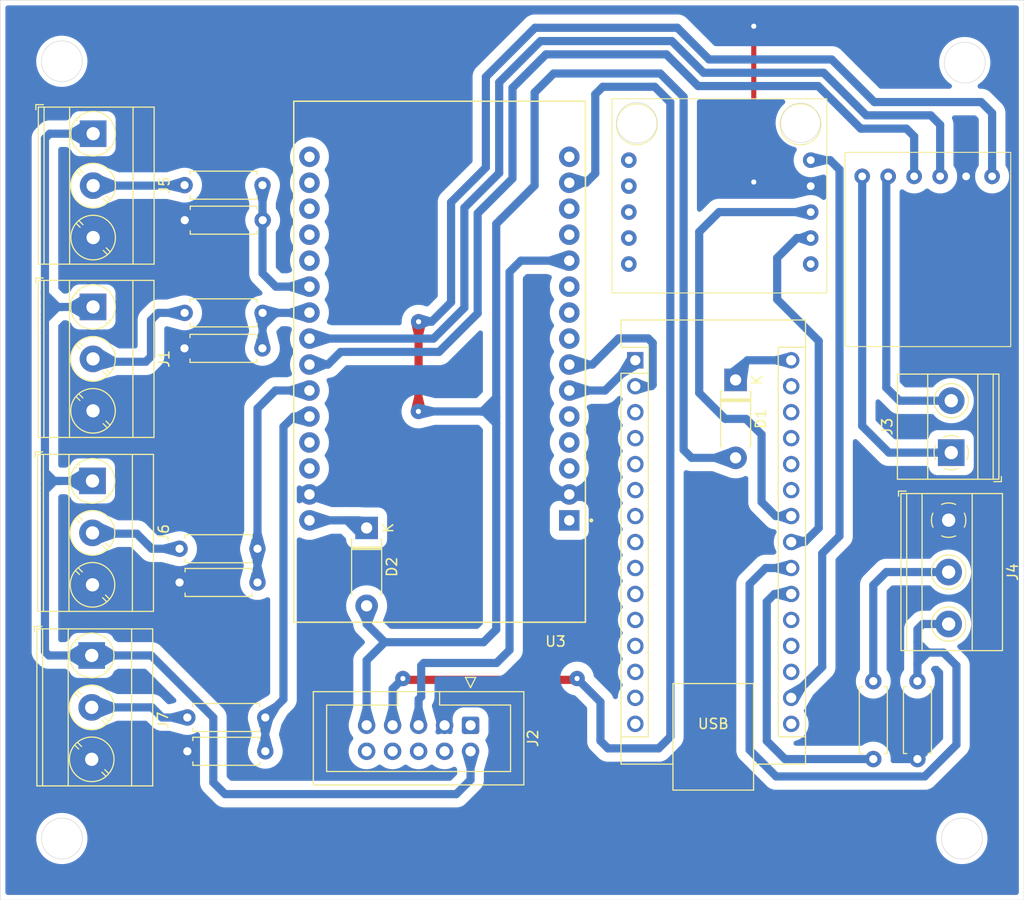
<source format=kicad_pcb>
(kicad_pcb (version 20240108) (generator "pcbnew") (generator_version "8.0")
  (layers (0 "F.Cu" signal) (31 "B.Cu" signal) (34 "B.Paste" user) (35 "F.Paste" user) (36 "B.SilkS" user "B.Silkscreen") (37 "F.SilkS" user "F.Silkscreen") (38 "B.Mask" user) (39 "F.Mask" user) (44 "Edge.Cuts" user))
  (net 0 "")
  (net 7 "3.3V")
  (net 11 "Net-(A1-A5)")
  (net 14 "Net-(A1-VIN)")
  (net 22 "Net-(J4-Pin_2)")
  (net 24 "GND")
  (net 31 "Net-(A1-A4)")
  (net 48 "nanoRX")
  (net 49 "nanoTX")
  (net 50 "5V")
  (net 51 "Net-(D2-K)")
  (net 52 "+12")
  (net 53 "Net-(J1-Pin_2)")
  (net 54 "ESP_SCL")
  (net 55 "ESP_SDA")
  (net 56 "CANL")
  (net 57 "CANH")
  (net 58 "Net-(J5-Pin_2)")
  (net 59 "Net-(J6-Pin_2)")
  (net 60 "Net-(J7-Pin_2)")
  (net 61 "WS1")
  (net 62 "WS2")
  (net 63 "WS3")
  (net 64 "WS4")
  (net 65 "RX_ESP")
  (net 66 "TX_ESP")
  (net 74 "Net-(A1-A3)")
  (net 75 "Net-(A1-A2)")
  (footprint "Connector_IDC:IDC-Header_2x05_P2.54mm_Vertical" (layer "F.Cu") (at 102.616 134.112 -90)
    (property "Reference" "J2" (at 1.27 -6.1 90) (layer "F.SilkS"))
    (property "Value" "Conn_02x05_Odd_Even")
    (pad "1" thru_hole roundrect (at 0 0 270) (size 1.7 1.7) (drill 1) (layers "*.Cu" "*.Mask") (roundrect_rratio 0.147059))
    (pad "2" thru_hole circle (at 2.54 0 270) (size 1.7 1.7) (drill 1) (layers "*.Cu" "*.Mask") (net 52 "+12"))
    (pad "3" thru_hole circle (at 0 2.54 270) (size 1.7 1.7) (drill 1) (layers "*.Cu" "*.Mask") (net 24 "GND"))
    (pad "4" thru_hole circle (at 2.54 2.54 270) (size 1.7 1.7) (drill 1) (layers "*.Cu" "*.Mask"))
    (pad "5" thru_hole circle (at 0 5.08 270) (size 1.7 1.7) (drill 1) (layers "*.Cu" "*.Mask") (net 55 "ESP_SDA"))
    (pad "6" thru_hole circle (at 2.54 5.08 270) (size 1.7 1.7) (drill 1) (layers "*.Cu" "*.Mask"))
    (pad "7" thru_hole circle (at 0 7.62 270) (size 1.7 1.7) (drill 1) (layers "*.Cu" "*.Mask") (net 54 "ESP_SCL"))
    (pad "8" thru_hole circle (at 2.54 7.62 270) (size 1.7 1.7) (drill 1) (layers "*.Cu" "*.Mask"))
    (pad "9" thru_hole circle (at 0 10.16 270) (size 1.7 1.7) (drill 1) (layers "*.Cu" "*.Mask") (net 50 "5V"))
    (pad "10" thru_hole circle (at 2.54 10.16 270) (size 1.7 1.7) (drill 1) (layers "*.Cu" "*.Mask"))
  )
  (footprint "Resistor_THT:R_Axial_DIN0207_L6.3mm_D2.5mm_P7.62mm_Horizontal" (layer "F.Cu") (at 74.93 136.652)
    (property "Reference" "R1" (hide yes))
    (property "Value" "220k")
    (pad "1" thru_hole circle (at 0 0) (size 1.6 1.6) (drill 0.8) (layers "*.Cu" "*.Mask") (net 24 "GND"))
    (pad "2" thru_hole oval (at 7.62 0) (size 1.6 1.6) (drill 0.8) (layers "*.Cu" "*.Mask") (net 61 "WS1"))
  )
  (footprint "TerminalBlock_Phoenix:TerminalBlock_Phoenix_MKDS-3-3-5.08_1x03_P5.08mm_Horizontal" (layer "F.Cu") (at 65.7098 93.1926 -90)
    (property "Reference" "J1" (at 5.08 -6.96 90) (layer "F.SilkS"))
    (property "Value" "WheelSpeed_3")
    (pad "1" thru_hole rect (at 0 0 270) (size 2.6 2.6) (drill 1.3) (layers "*.Cu" "*.Mask") (net 52 "+12"))
    (pad "2" thru_hole circle (at 5.08 0 270) (size 2.6 2.6) (drill 1.3) (layers "*.Cu" "*.Mask") (net 53 "Net-(J1-Pin_2)"))
    (pad "3" thru_hole circle (at 10.16 0 270) (size 2.6 2.6) (drill 1.3) (layers "*.Cu" "*.Mask") (net 24 "GND"))
  )
  (footprint "Resistor_THT:R_Axial_DIN0207_L6.3mm_D2.5mm_P7.62mm_Horizontal" (layer "F.Cu") (at 82.286192 93.771353 180)
    (property "Reference" "R6" (hide yes))
    (property "Value" "680K")
    (pad "1" thru_hole circle (at 0 0 180) (size 1.6 1.6) (drill 0.8) (layers "*.Cu" "*.Mask") (net 63 "WS3"))
    (pad "2" thru_hole oval (at 7.62 0 180) (size 1.6 1.6) (drill 0.8) (layers "*.Cu" "*.Mask") (net 53 "Net-(J1-Pin_2)"))
  )
  (footprint "Diode_THT:D_DO-41_SOD81_P7.62mm_Horizontal" (layer "F.Cu") (at 128.524 100.33 -90)
    (property "Reference" "D1" (at 3.81 -2.47 90) (layer "F.SilkS"))
    (property "Value" "1N4007")
    (fp_text user "K" (at 0 -2.1 90) (layer "F.SilkS"))
    (pad "1" thru_hole rect (at 0 0 270) (size 2.2 2.2) (drill 1.1) (layers "*.Cu" "*.Mask") (net 14 "Net-(A1-VIN)"))
    (pad "2" thru_hole oval (at 7.62 0 270) (size 2.2 2.2) (drill 1.1) (layers "*.Cu" "*.Mask") (net 50 "5V"))
  )
  (footprint "TerminalBlock_Phoenix:TerminalBlock_Phoenix_MKDS-1,5-3-5.08_1x03_P5.08mm_Horizontal" (layer "F.Cu") (at 149.352 114.046 -90)
    (property "Reference" "J4" (at 5.08 -6.26 90) (layer "F.SilkS"))
    (property "Value" "Screw_Terminal_01x03")
    (pad "1" thru_hole rect (at 0 0 270) (size 2.6 2.6) (drill 1.3) (layers "*.Cu" "*.Mask") (net 24 "GND"))
    (pad "2" thru_hole circle (at 5.08 0 270) (size 2.6 2.6) (drill 1.3) (layers "*.Cu" "*.Mask") (net 22 "Net-(J4-Pin_2)"))
    (pad "3" thru_hole circle (at 10.16 0 270) (size 2.6 2.6) (drill 1.3) (layers "*.Cu" "*.Mask") (net 74 "Net-(A1-A3)"))
  )
  (footprint "Module:Arduino_Nano" (layer "F.Cu") (at 118.721918 98.409153)
    (property "Reference" "A1" (hide yes))
    (property "Value" "Arduino_Nano_v2.x" (hide yes))
    (fp_text user "USB" (at 7.62 35.56 0) (layer "F.SilkS"))
    (pad "1" thru_hole rect (at 0 0) (size 1.6 1.6) (drill 1) (layers "*.Cu" "*.Mask") (net 49 "nanoTX"))
    (pad "2" thru_hole oval (at 0 2.54) (size 1.6 1.6) (drill 1) (layers "*.Cu" "*.Mask") (net 48 "nanoRX"))
    (pad "3" thru_hole oval (at 0 5.08) (size 1.6 1.6) (drill 1) (layers "*.Cu" "*.Mask"))
    (pad "4" thru_hole oval (at 0 7.62) (size 1.6 1.6) (drill 1) (layers "*.Cu" "*.Mask"))
    (pad "5" thru_hole oval (at 0 10.16) (size 1.6 1.6) (drill 1) (layers "*.Cu" "*.Mask"))
    (pad "6" thru_hole oval (at 0 12.7) (size 1.6 1.6) (drill 1) (layers "*.Cu" "*.Mask"))
    (pad "7" thru_hole oval (at 0 15.24) (size 1.6 1.6) (drill 1) (layers "*.Cu" "*.Mask"))
    (pad "8" thru_hole oval (at 0 17.78) (size 1.6 1.6) (drill 1) (layers "*.Cu" "*.Mask"))
    (pad "9" thru_hole oval (at 0 20.32) (size 1.6 1.6) (drill 1) (layers "*.Cu" "*.Mask"))
    (pad "10" thru_hole oval (at 0 22.86) (size 1.6 1.6) (drill 1) (layers "*.Cu" "*.Mask"))
    (pad "11" thru_hole oval (at 0 25.4) (size 1.6 1.6) (drill 1) (layers "*.Cu" "*.Mask"))
    (pad "12" thru_hole oval (at 0 27.94) (size 1.6 1.6) (drill 1) (layers "*.Cu" "*.Mask"))
    (pad "13" thru_hole oval (at 0 30.48) (size 1.6 1.6) (drill 1) (layers "*.Cu" "*.Mask"))
    (pad "14" thru_hole oval (at 0 33.02) (size 1.6 1.6) (drill 1) (layers "*.Cu" "*.Mask"))
    (pad "15" thru_hole oval (at 0 35.56) (size 1.6 1.6) (drill 1) (layers "*.Cu" "*.Mask"))
    (pad "16" thru_hole oval (at 15.24 35.56) (size 1.6 1.6) (drill 1) (layers "*.Cu" "*.Mask"))
    (pad "17" thru_hole oval (at 15.24 33.02) (size 1.6 1.6) (drill 1) (layers "*.Cu" "*.Mask") (net 7 "3.3V"))
    (pad "18" thru_hole oval (at 15.24 30.48) (size 1.6 1.6) (drill 1) (layers "*.Cu" "*.Mask"))
    (pad "19" thru_hole oval (at 15.24 27.94) (size 1.6 1.6) (drill 1) (layers "*.Cu" "*.Mask"))
    (pad "20" thru_hole oval (at 15.24 25.4) (size 1.6 1.6) (drill 1) (layers "*.Cu" "*.Mask"))
    (pad "21" thru_hole oval (at 15.24 22.86) (size 1.6 1.6) (drill 1) (layers "*.Cu" "*.Mask") (net 75 "Net-(A1-A2)"))
    (pad "22" thru_hole oval (at 15.24 20.32) (size 1.6 1.6) (drill 1) (layers "*.Cu" "*.Mask") (net 74 "Net-(A1-A3)"))
    (pad "23" thru_hole oval (at 15.24 17.78) (size 1.6 1.6) (drill 1) (layers "*.Cu" "*.Mask") (net 31 "Net-(A1-A4)"))
    (pad "24" thru_hole oval (at 15.24 15.24) (size 1.6 1.6) (drill 1) (layers "*.Cu" "*.Mask") (net 11 "Net-(A1-A5)"))
    (pad "25" thru_hole oval (at 15.24 12.7) (size 1.6 1.6) (drill 1) (layers "*.Cu" "*.Mask"))
    (pad "26" thru_hole oval (at 15.24 10.16) (size 1.6 1.6) (drill 1) (layers "*.Cu" "*.Mask"))
    (pad "27" thru_hole oval (at 15.24 7.62) (size 1.6 1.6) (drill 1) (layers "*.Cu" "*.Mask"))
    (pad "28" thru_hole oval (at 15.24 5.08) (size 1.6 1.6) (drill 1) (layers "*.Cu" "*.Mask"))
    (pad "29" thru_hole oval (at 15.24 2.54) (size 1.6 1.6) (drill 1) (layers "*.Cu" "*.Mask"))
    (pad "30" thru_hole oval (at 15.24 0) (size 1.6 1.6) (drill 1) (layers "*.Cu" "*.Mask") (net 14 "Net-(A1-VIN)"))
  )
  (footprint "Resistor_THT:R_Axial_DIN0207_L6.3mm_D2.5mm_P7.62mm_Horizontal" (layer "F.Cu") (at 141.986 129.794 -90)
    (property "Reference" "R10" (hide yes))
    (property "Value" "100")
    (pad "1" thru_hole circle (at 0 0 270) (size 1.6 1.6) (drill 0.8) (layers "*.Cu" "*.Mask") (net 22 "Net-(J4-Pin_2)"))
    (pad "2" thru_hole oval (at 7.62 0 270) (size 1.6 1.6) (drill 0.8) (layers "*.Cu" "*.Mask") (net 75 "Net-(A1-A2)"))
  )
  (footprint "Resistor_THT:R_Axial_DIN0207_L6.3mm_D2.5mm_P7.62mm_Horizontal" (layer "F.Cu") (at 146.304 137.414 90)
    (property "Reference" "R9" (hide yes))
    (property "Value" "330")
    (pad "1" thru_hole circle (at 0 0 90) (size 1.6 1.6) (drill 0.8) (layers "*.Cu" "*.Mask") (net 24 "GND"))
    (pad "2" thru_hole oval (at 7.62 0 90) (size 1.6 1.6) (drill 0.8) (layers "*.Cu" "*.Mask") (net 74 "Net-(A1-A3)"))
  )
  (footprint "Resistor_THT:R_Axial_DIN0207_L6.3mm_D2.5mm_P7.62mm_Horizontal" (layer "F.Cu") (at 74.676 84.706206)
    (property "Reference" "R7" (hide yes))
    (property "Value" "220k")
    (pad "1" thru_hole circle (at 0 0) (size 1.6 1.6) (drill 0.8) (layers "*.Cu" "*.Mask") (net 24 "GND"))
    (pad "2" thru_hole oval (at 7.62 0) (size 1.6 1.6) (drill 0.8) (layers "*.Cu" "*.Mask") (net 64 "WS4"))
  )
  (footprint "Resistor_THT:R_Axial_DIN0207_L6.3mm_D2.5mm_P7.62mm_Horizontal" (layer "F.Cu") (at 74.649016 97.24028)
    (property "Reference" "R5" (hide yes))
    (property "Value" "220k")
    (pad "1" thru_hole circle (at 0 0) (size 1.6 1.6) (drill 0.8) (layers "*.Cu" "*.Mask") (net 24 "GND"))
    (pad "2" thru_hole oval (at 7.62 0) (size 1.6 1.6) (drill 0.8) (layers "*.Cu" "*.Mask") (net 63 "WS3"))
  )
  (footprint "TerminalBlock_Phoenix:TerminalBlock_Phoenix_MKDS-3-3-5.08_1x03_P5.08mm_Horizontal" (layer "F.Cu") (at 65.5828 127.2794 -90)
    (property "Reference" "J7" (at 6.35 -6.96 90) (layer "F.SilkS"))
    (property "Value" "WheelSpeed_1")
    (pad "1" thru_hole rect (at 0 0 270) (size 2.6 2.6) (drill 1.3) (layers "*.Cu" "*.Mask") (net 52 "+12"))
    (pad "2" thru_hole circle (at 5.08 0 270) (size 2.6 2.6) (drill 1.3) (layers "*.Cu" "*.Mask") (net 60 "Net-(J7-Pin_2)"))
    (pad "3" thru_hole circle (at 10.16 0 270) (size 2.6 2.6) (drill 1.3) (layers "*.Cu" "*.Mask") (net 24 "GND"))
  )
  (footprint "TerminalBlock_Phoenix:TerminalBlock_Phoenix_MKDS-1,5-2-5.08_1x02_P5.08mm_Horizontal" (layer "F.Cu") (at 149.606 107.442 90)
    (property "Reference" "J3" (at 2.54 -6.26 90) (layer "F.SilkS"))
    (property "Value" "Screw_Terminal_01x02")
    (pad "1" thru_hole rect (at 0 0 90) (size 2.6 2.6) (drill 1.3) (layers "*.Cu" "*.Mask") (net 56 "CANL"))
    (pad "2" thru_hole circle (at 5.08 0 90) (size 2.6 2.6) (drill 1.3) (layers "*.Cu" "*.Mask") (net 57 "CANH"))
  )
  (footprint "bno055:BNO055" (layer "F.Cu") (at 127.869237 65.335499)
    (property "Reference" "U1" (hide yes))
    (property "Value" "~" (hide yes))
    (pad "1" thru_hole circle (at 8 13.5) (size 1.524 1.524) (drill 0.762) (layers "*.Cu" "*.Mask") (net 7 "3.3V"))
    (pad "2" thru_hole circle (at 8 16.04) (size 1.524 1.524) (drill 0.762) (layers "*.Cu" "*.Mask") (net 24 "GND"))
    (pad "3" thru_hole circle (at 8 18.58) (size 1.524 1.524) (drill 0.762) (layers "*.Cu" "*.Mask") (net 11 "Net-(A1-A5)"))
    (pad "4" thru_hole circle (at 8 21.12) (size 1.524 1.524) (drill 0.762) (layers "*.Cu" "*.Mask") (net 31 "Net-(A1-A4)"))
    (pad "5" thru_hole circle (at 8 23.66) (size 1.524 1.524) (drill 0.762) (layers "*.Cu" "*.Mask"))
    (pad "6" thru_hole circle (at -9.78 13.5) (size 1.524 1.524) (drill 0.762) (layers "*.Cu" "*.Mask"))
    (pad "7" thru_hole circle (at -9.78 16.04) (size 1.524 1.524) (drill 0.762) (layers "*.Cu" "*.Mask"))
    (pad "8" thru_hole circle (at -9.78 18.58) (size 1.524 1.524) (drill 0.762) (layers "*.Cu" "*.Mask"))
    (pad "9" thru_hole circle (at -9.78 21.12) (size 1.524 1.524) (drill 0.762) (layers "*.Cu" "*.Mask"))
    (pad "10" thru_hole circle (at -9.78 23.66) (size 1.524 1.524) (drill 0.762) (layers "*.Cu" "*.Mask"))
  )
  (footprint "Resistor_THT:R_Axial_DIN0207_L6.3mm_D2.5mm_P7.62mm_Horizontal" (layer "F.Cu") (at 82.280252 81.28 180)
    (property "Reference" "R8" (hide yes))
    (property "Value" "680K")
    (pad "1" thru_hole circle (at 0 0 180) (size 1.6 1.6) (drill 0.8) (layers "*.Cu" "*.Mask") (net 64 "WS4"))
    (pad "2" thru_hole oval (at 7.62 0 180) (size 1.6 1.6) (drill 0.8) (layers "*.Cu" "*.Mask") (net 58 "Net-(J5-Pin_2)"))
  )
  (footprint "Resistor_THT:R_Axial_DIN0207_L6.3mm_D2.5mm_P7.62mm_Horizontal" (layer "F.Cu") (at 81.788 116.84 180)
    (property "Reference" "R4" (hide yes))
    (property "Value" "680K")
    (pad "1" thru_hole circle (at 0 0 180) (size 1.6 1.6) (drill 0.8) (layers "*.Cu" "*.Mask") (net 62 "WS2"))
    (pad "2" thru_hole oval (at 7.62 0 180) (size 1.6 1.6) (drill 0.8) (layers "*.Cu" "*.Mask") (net 59 "Net-(J6-Pin_2)"))
  )
  (footprint "Resistor_THT:R_Axial_DIN0207_L6.3mm_D2.5mm_P7.62mm_Horizontal" (layer "F.Cu") (at 82.55 133.35 180)
    (property "Reference" "R2" (hide yes))
    (property "Value" "680K")
    (pad "1" thru_hole circle (at 0 0 180) (size 1.6 1.6) (drill 0.8) (layers "*.Cu" "*.Mask") (net 61 "WS1"))
    (pad "2" thru_hole oval (at 7.62 0 180) (size 1.6 1.6) (drill 0.8) (layers "*.Cu" "*.Mask") (net 60 "Net-(J7-Pin_2)"))
  )
  (footprint "esp32dev:MODULE_ESP32_DEVKIT_V1" (layer "F.Cu") (at 99.568 98.552 180)
    (property "Reference" "U3" (at -11.355 -27.36 0) (layer "F.SilkS"))
    (property "Value" "ESP32-DEVKIT-V1")
    (pad "1" thru_hole rect (at -12.7 -15.515 180) (size 2 2) (drill 1.02) (layers "*.Cu" "*.Mask"))
    (pad "2" thru_hole circle (at -12.7 -12.975 180) (size 2 2) (drill 1.02) (layers "*.Cu" "*.Mask") (net 24 "GND"))
    (pad "3" thru_hole circle (at -12.7 -10.435 180) (size 2 2) (drill 1.02) (layers "*.Cu" "*.Mask"))
    (pad "4" thru_hole circle (at -12.7 -7.895 180) (size 2 2) (drill 1.02) (layers "*.Cu" "*.Mask"))
    (pad "5" thru_hole circle (at -12.7 -5.355 180) (size 2 2) (drill 1.02) (layers "*.Cu" "*.Mask"))
    (pad "6" thru_hole circle (at -12.7 -2.815 180) (size 2 2) (drill 1.02) (layers "*.Cu" "*.Mask") (net 49 "nanoTX"))
    (pad "7" thru_hole circle (at -12.7 -0.275 180) (size 2 2) (drill 1.02) (layers "*.Cu" "*.Mask") (net 48 "nanoRX"))
    (pad "8" thru_hole circle (at -12.7 2.265 180) (size 2 2) (drill 1.02) (layers "*.Cu" "*.Mask"))
    (pad "9" thru_hole circle (at -12.7 4.805 180) (size 2 2) (drill 1.02) (layers "*.Cu" "*.Mask"))
    (pad "10" thru_hole circle (at -12.7 7.345 180) (size 2 2) (drill 1.02) (layers "*.Cu" "*.Mask"))
    (pad "11" thru_hole circle (at -12.7 9.885 180) (size 2 2) (drill 1.02) (layers "*.Cu" "*.Mask") (net 55 "ESP_SDA"))
    (pad "12" thru_hole circle (at -12.7 12.425 180) (size 2 2) (drill 1.02) (layers "*.Cu" "*.Mask"))
    (pad "13" thru_hole circle (at -12.7 14.965 180) (size 2 2) (drill 1.02) (layers "*.Cu" "*.Mask"))
    (pad "14" thru_hole circle (at -12.7 17.505 180) (size 2 2) (drill 1.02) (layers "*.Cu" "*.Mask") (net 54 "ESP_SCL"))
    (pad "15" thru_hole circle (at -12.7 20.045 180) (size 2 2) (drill 1.02) (layers "*.Cu" "*.Mask"))
    (pad "16" thru_hole circle (at 12.7 20.045 180) (size 2 2) (drill 1.02) (layers "*.Cu" "*.Mask"))
    (pad "17" thru_hole circle (at 12.7 17.505 180) (size 2 2) (drill 1.02) (layers "*.Cu" "*.Mask"))
    (pad "18" thru_hole circle (at 12.7 14.965 180) (size 2 2) (drill 1.02) (layers "*.Cu" "*.Mask"))
    (pad "19" thru_hole circle (at 12.7 12.425 180) (size 2 2) (drill 1.02) (layers "*.Cu" "*.Mask"))
    (pad "20" thru_hole circle (at 12.7 9.885 180) (size 2 2) (drill 1.02) (layers "*.Cu" "*.Mask"))
    (pad "21" thru_hole circle (at 12.7 7.345 180) (size 2 2) (drill 1.02) (layers "*.Cu" "*.Mask") (net 64 "WS4"))
    (pad "22" thru_hole circle (at 12.7 4.805 180) (size 2 2) (drill 1.02) (layers "*.Cu" "*.Mask") (net 63 "WS3"))
    (pad "23" thru_hole circle (at 12.7 2.265 180) (size 2 2) (drill 1.02) (layers "*.Cu" "*.Mask") (net 65 "RX_ESP"))
    (pad "24" thru_hole circle (at 12.7 -0.275 180) (size 2 2) (drill 1.02) (layers "*.Cu" "*.Mask") (net 66 "TX_ESP"))
    (pad "25" thru_hole circle (at 12.7 -2.815 180) (size 2 2) (drill 1.02) (layers "*.Cu" "*.Mask") (net 62 "WS2"))
    (pad "26" thru_hole circle (at 12.7 -5.355 180) (size 2 2) (drill 1.02) (layers "*.Cu" "*.Mask") (net 61 "WS1"))
    (pad "27" thru_hole circle (at 12.7 -7.895 180) (size 2 2) (drill 1.02) (layers "*.Cu" "*.Mask"))
    (pad "28" thru_hole circle (at 12.7 -10.435 180) (size 2 2) (drill 1.02) (layers "*.Cu" "*.Mask"))
    (pad "29" thru_hole circle (at 12.7 -12.975 180) (size 2 2) (drill 1.02) (layers "*.Cu" "*.Mask") (net 24 "GND"))
    (pad "30" thru_hole circle (at 12.7 -15.515 180) (size 2 2) (drill 1.02) (layers "*.Cu" "*.Mask") (net 51 "Net-(D2-K)"))
  )
  (footprint "TerminalBlock_Phoenix:TerminalBlock_Phoenix_MKDS-3-3-5.08_1x03_P5.08mm_Horizontal" (layer "F.Cu") (at 65.722826 76.24664 -90)
    (property "Reference" "J5" (at 5.08 -6.96 90) (layer "F.SilkS"))
    (property "Value" "WheelSpeed_4")
    (pad "1" thru_hole rect (at 0 0 270) (size 2.6 2.6) (drill 1.3) (layers "*.Cu" "*.Mask") (net 52 "+12"))
    (pad "2" thru_hole circle (at 5.08 0 270) (size 2.6 2.6) (drill 1.3) (layers "*.Cu" "*.Mask") (net 58 "Net-(J5-Pin_2)"))
    (pad "3" thru_hole circle (at 10.16 0 270) (size 2.6 2.6) (drill 1.3) (layers "*.Cu" "*.Mask") (net 24 "GND"))
  )
  (footprint "Diode_THT:D_DO-41_SOD81_P7.62mm_Horizontal" (layer "F.Cu") (at 92.456 114.808 -90)
    (property "Reference" "D2" (at 3.81 -2.47 -90) (layer "F.SilkS"))
    (property "Value" "1N4007")
    (fp_text user "K" (at 0 -2.1 -90) (layer "F.SilkS"))
    (pad "1" thru_hole rect (at 0 0 270) (size 2.2 2.2) (drill 1.1) (layers "*.Cu" "*.Mask") (net 51 "Net-(D2-K)"))
    (pad "2" thru_hole oval (at 7.62 0 270) (size 2.2 2.2) (drill 1.1) (layers "*.Cu" "*.Mask") (net 50 "5V"))
  )
  (footprint "MCP2551:MCP2551" (layer "F.Cu") (at 148.520512 70.261023)
    (property "Reference" "U2" (hide yes))
    (property "Value" "~")
    (pad "1" thru_hole circle (at 5.08 10.16) (size 1.524 1.524) (drill 0.762) (layers "*.Cu" "*.Mask") (net 50 "5V"))
    (pad "2" thru_hole circle (at 2.54 10.16) (size 1.524 1.524) (drill 0.762) (layers "*.Cu" "*.Mask") (net 24 "GND"))
    (pad "3" thru_hole circle (at 0 10.16) (size 1.524 1.524) (drill 0.762) (layers "*.Cu" "*.Mask") (net 65 "RX_ESP"))
    (pad "4" thru_hole circle (at -2.54 10.16) (size 1.524 1.524) (drill 0.762) (layers "*.Cu" "*.Mask") (net 66 "TX_ESP"))
    (pad "5" thru_hole circle (at -5.08 10.16) (size 1.524 1.524) (drill 0.762) (layers "*.Cu" "*.Mask") (net 57 "CANH"))
    (pad "6" thru_hole circle (at -7.62 10.16) (size 1.524 1.524) (drill 0.762) (layers "*.Cu" "*.Mask") (net 56 "CANL"))
  )
  (footprint "TerminalBlock_Phoenix:TerminalBlock_Phoenix_MKDS-3-3-5.08_1x03_P5.08mm_Horizontal" (layer "F.Cu") (at 65.659 110.2106 -90)
    (property "Reference" "J6" (at 5.08 -6.96 90) (layer "F.SilkS"))
    (property "Value" "WheelSpeed_2")
    (pad "1" thru_hole rect (at 0 0 270) (size 2.6 2.6) (drill 1.3) (layers "*.Cu" "*.Mask") (net 52 "+12"))
    (pad "2" thru_hole circle (at 5.08 0 270) (size 2.6 2.6) (drill 1.3) (layers "*.Cu" "*.Mask") (net 59 "Net-(J6-Pin_2)"))
    (pad "3" thru_hole circle (at 10.16 0 270) (size 2.6 2.6) (drill 1.3) (layers "*.Cu" "*.Mask") (net 24 "GND"))
  )
  (footprint "Resistor_THT:R_Axial_DIN0207_L6.3mm_D2.5mm_P7.62mm_Horizontal" (layer "F.Cu") (at 74.168 120.142)
    (property "Reference" "R3" (hide yes))
    (property "Value" "220k")
    (pad "1" thru_hole circle (at 0 0) (size 1.6 1.6) (drill 0.8) (layers "*.Cu" "*.Mask") (net 24 "GND"))
    (pad "2" thru_hole oval (at 7.62 0) (size 1.6 1.6) (drill 0.8) (layers "*.Cu" "*.Mask") (net 62 "WS2"))
  )
  (gr_circle (center 150.6446 145.1864) (end 152.6446 145.1864) (stroke (width 0.05)) (fill none) (layer "Edge.Cuts"))
  (gr_circle (center 134.874 75.184) (end 135.636 76.962) (stroke (width 0.05)) (fill none) (layer "Edge.Cuts"))
  (gr_circle (center 150.9268 69.2912) (end 152.9268 69.2912) (stroke (width 0.05)) (fill none) (layer "Edge.Cuts"))
  (gr_circle (center 62.6646 145.1864) (end 64.6646 145.1864) (stroke (width 0.05)) (fill none) (layer "Edge.Cuts"))
  (gr_circle (center 62.6618 69.1642) (end 64.6618 69.1642) (stroke (width 0.05)) (fill none) (layer "Edge.Cuts"))
  (gr_rect (start 56.642 63.1952) (end 156.718 151.2062) (stroke (width 0.05)) (fill none) (layer "Edge.Cuts"))
  (gr_circle (center 118.872 75.184) (end 120.142 76.708) (stroke (width 0.05)) (fill none) (layer "Edge.Cuts"))
  (segment (start 137.763499 78.835499) (end 138.684 79.756) (width 0.8) (layer "B.Cu") (net 7))
  (segment (start 138.684 115.602208) (end 136.991413 117.294795) (width 0.8) (layer "B.Cu") (net 7))
  (segment (start 136.991413 117.294795) (end 136.991413 128.399658) (width 0.8) (layer "B.Cu") (net 7))
  (segment (start 138.684 79.756) (end 138.684 115.602208) (width 0.8) (layer "B.Cu") (net 7))
  (segment (start 135.869237 78.835499) (end 137.763499 78.835499) (width 0.8) (layer "B.Cu") (net 7))
  (segment (start 136.991413 128.399658) (end 133.961918 131.429153) (width 0.8) (layer "B.Cu") (net 7))
  (segment (start 127.508 104.14) (end 129.54 104.14) (width 0.8) (layer "B.Cu") (net 11))
  (segment (start 129.54 104.14) (end 131.064 105.664) (width 0.8) (layer "B.Cu") (net 11))
  (segment (start 124.968 85.852) (end 124.968 101.6) (width 0.8) (layer "B.Cu") (net 11))
  (segment (start 124.968 101.6) (end 127.508 104.14) (width 0.8) (layer "B.Cu") (net 11))
  (segment (start 126.904501 83.915499) (end 124.968 85.852) (width 0.8) (layer "B.Cu") (net 11))
  (segment (start 135.869237 83.915499) (end 126.904501 83.915499) (width 0.8) (layer "B.Cu") (net 11))
  (segment (start 131.064 112.268) (end 132.445153 113.649153) (width 0.8) (layer "B.Cu") (net 11))
  (segment (start 132.445153 113.649153) (end 133.961918 113.649153) (width 0.8) (layer "B.Cu") (net 11))
  (segment (start 131.064 105.664) (end 131.064 112.268) (width 0.8) (layer "B.Cu") (net 11))
  (segment (start 129.682847 98.409153) (end 128.524 99.568) (width 0.8) (layer "B.Cu") (net 14))
  (segment (start 128.524 99.568) (end 128.524 100.33) (width 0.8) (layer "B.Cu") (net 14))
  (segment (start 133.961918 98.409153) (end 129.682847 98.409153) (width 0.8) (layer "B.Cu") (net 14))
  (segment (start 141.986 120.396) (end 141.986 129.794) (width 0.8) (layer "B.Cu") (net 22))
  (segment (start 143.256 119.126) (end 141.986 120.396) (width 0.8) (layer "B.Cu") (net 22))
  (segment (start 149.352 119.126) (end 143.256 119.126) (width 0.8) (layer "B.Cu") (net 22))
  (segment (start 130.302 80.9752) (end 130.302 65.7352) (width 0.5) (layer "F.Cu") (net 24))
  (via (at 130.302 65.7352) (size 1.5) (drill 0.5) (layers "F.Cu" "B.Cu") (net 24))
  (via (at 130.302 80.9752) (size 1.5) (drill 0.5) (layers "F.Cu" "B.Cu") (net 24))
  (segment (start 130.702299 81.375499) (end 135.869237 81.375499) (width 0.5) (layer "B.Cu") (net 24))
  (segment (start 130.302 80.9752) (end 130.702299 81.375499) (width 0.5) (layer "B.Cu") (net 24))
  (segment (start 135.869237 86.455499) (end 134.524501 86.455499) (width 0.8) (layer "B.Cu") (net 31))
  (segment (start 135.270847 116.189153) (end 133.961918 116.189153) (width 0.8) (layer "B.Cu") (net 31))
  (segment (start 132.588 88.392) (end 132.588 92.456) (width 0.8) (layer "B.Cu") (net 31))
  (segment (start 136.652 96.52) (end 136.652 114.808) (width 0.8) (layer "B.Cu") (net 31))
  (segment (start 134.524501 86.455499) (end 132.588 88.392) (width 0.8) (layer "B.Cu") (net 31))
  (segment (start 132.588 92.456) (end 136.652 96.52) (width 0.8) (layer "B.Cu") (net 31))
  (segment (start 136.652 114.808) (end 135.270847 116.189153) (width 0.8) (layer "B.Cu") (net 31))
  (segment (start 118.721918 100.949153) (end 120.284847 100.949153) (width 0.8) (layer "B.Cu") (net 48))
  (segment (start 120.421918 100.812082) (end 120.421918 96.709153) (width 0.8) (layer "B.Cu") (net 48))
  (segment (start 114.533 98.827) (end 112.268 98.827) (width 0.8) (layer "B.Cu") (net 48))
  (segment (start 120.421918 96.709153) (end 119.978765 96.266) (width 0.8) (layer "B.Cu") (net 48))
  (segment (start 117.094 96.266) (end 114.533 98.827) (width 0.8) (layer "B.Cu") (net 48))
  (segment (start 120.284847 100.949153) (end 120.421918 100.812082) (width 0.8) (layer "B.Cu") (net 48))
  (segment (start 119.978765 96.266) (end 117.094 96.266) (width 0.8) (layer "B.Cu") (net 48))
  (segment (start 118.721918 98.409153) (end 115.764071 101.367) (width 0.8) (layer "B.Cu") (net 49))
  (segment (start 115.764071 101.367) (end 112.268 101.367) (width 0.8) (layer "B.Cu") (net 49))
  (segment (start 97.5189 103.414072) (end 97.5189 99.5851) (width 0.8) (layer "F.Cu") (net 50))
  (segment (start 97.536 99.568) (end 97.536 94.637) (width 0.8) (layer "F.Cu") (net 50))
  (segment (start 97.5189 99.5851) (end 97.536 99.568) (width 0.8) (layer "F.Cu") (net 50))
  (via (at 97.536 94.637) (size 1.5) (drill 0.5) (layers "F.Cu" "B.Cu") (net 50))
  (via (at 97.5189 103.414072) (size 1.5) (drill 0.5) (layers "F.Cu" "B.Cu") (net 50))
  (segment (start 123.444 107.173) (end 123.444 72.644) (width 0.8) (layer "B.Cu") (net 50))
  (segment (start 92.456 127.762) (end 94.234 125.984) (width 0.8) (layer "B.Cu") (net 50))
  (segment (start 103.632 103.414072) (end 97.5189 103.414072) (width 0.8) (layer "B.Cu") (net 50))
  (segment (start 153.600512 74.225512) (end 153.600512 80.421023) (width 0.8) (layer "B.Cu") (net 50))
  (segment (start 92.456 134.112) (end 92.456 127.762) (width 0.8) (layer "B.Cu") (net 50))
  (segment (start 100.711 82.9564) (end 104.1146 79.5528) (width 0.8) (layer "B.Cu") (net 50))
  (segment (start 137.922 68.9864) (end 142.0876 73.152) (width 0.8) (layer "B.Cu") (net 50))
  (segment (start 105.125761 85.070793) (end 105.125761 102.0572) (width 0.8) (layer "B.Cu") (net 50))
  (segment (start 104.704633 103.414072) (end 103.632 103.414072) (width 0.8) (layer "B.Cu") (net 50))
  (segment (start 105.645458 84.551096) (end 105.125761 85.070793) (width 0.8) (layer "B.Cu") (net 50))
  (segment (start 125.9332 68.9864) (end 137.922 68.9864) (width 0.8) (layer "B.Cu") (net 50))
  (segment (start 98.8094 94.637) (end 100.711 92.7354) (width 0.8) (layer "B.Cu") (net 50))
  (segment (start 103.942633 103.414072) (end 105.125761 104.5972) (width 0.8) (layer "B.Cu") (net 50))
  (segment (start 105.125761 103.8352) (end 104.704633 103.414072) (width 0.8) (layer "B.Cu") (net 50))
  (segment (start 105.647451 84.551096) (end 105.645458 84.551096) (width 0.8) (layer "B.Cu") (net 50))
  (segment (start 142.0876 73.152) (end 152.527 73.152) (width 0.8) (layer "B.Cu") (net 50))
  (segment (start 105.125761 104.5972) (end 105.125761 124.744239) (width 0.8) (layer "B.Cu") (net 50))
  (segment (start 105.125761 102.0572) (end 105.125761 103.8352) (width 0.8) (layer "B.Cu") (net 50))
  (segment (start 103.632 103.414072) (end 103.768889 103.414072) (width 0.8) (layer "B.Cu") (net 50))
  (segment (start 103.768889 103.414072) (end 103.942633 103.414072) (width 0.8) (layer "B.Cu") (net 50))
  (segment (start 100.711 92.7354) (end 100.711 82.9564) (width 0.8) (layer "B.Cu") (net 50))
  (segment (start 104.1146 79.5528) (end 104.1146 70.6882) (width 0.8) (layer "B.Cu") (net 50))
  (segment (start 152.527 73.152) (end 153.600512 74.225512) (width 0.8) (layer "B.Cu") (net 50))
  (segment (start 108.878 72.224) (end 108.878 81.320547) (width 0.8) (layer "B.Cu") (net 50))
  (segment (start 121.158 70.358) (end 110.744 70.358) (width 0.8) (layer "B.Cu") (net 50))
  (segment (start 105.125761 124.744239) (end 103.886 125.984) (width 0.8) (layer "B.Cu") (net 50))
  (segment (start 97.536 94.637) (end 98.8094 94.637) (width 0.8) (layer "B.Cu") (net 50))
  (segment (start 103.886 125.984) (end 94.234 125.984) (width 0.8) (layer "B.Cu") (net 50))
  (segment (start 92.456 122.428) (end 92.456 124.206) (width 0.8) (layer "B.Cu") (net 50))
  (segment (start 103.768889 103.414072) (end 105.125761 102.0572) (width 0.8) (layer "B.Cu") (net 50))
  (segment (start 124.221 107.95) (end 123.444 107.173) (width 0.8) (layer "B.Cu") (net 50))
  (segment (start 105.125761 103.8352) (end 105.125761 104.5972) (width 0.8) (layer "B.Cu") (net 50))
  (segment (start 108.878 81.320547) (end 105.647451 84.551096) (width 0.8) (layer "B.Cu") (net 50))
  (segment (start 92.456 124.206) (end 94.234 125.984) (width 0.8) (layer "B.Cu") (net 50))
  (segment (start 108.9152 65.8876) (end 122.8344 65.8876) (width 0.8) (layer "B.Cu") (net 50))
  (segment (start 110.744 70.358) (end 108.878 72.224) (width 0.8) (layer "B.Cu") (net 50))
  (segment (start 128.524 107.95) (end 124.221 107.95) (width 0.8) (layer "B.Cu") (net 50))
  (segment (start 123.444 72.644) (end 121.158 70.358) (width 0.8) (layer "B.Cu") (net 50))
  (segment (start 104.1146 70.6882) (end 108.9152 65.8876) (width 0.8) (layer "B.Cu") (net 50))
  (segment (start 122.8344 65.8876) (end 125.9332 68.9864) (width 0.8) (layer "B.Cu") (net 50))
  (segment (start 91.715 114.067) (end 86.868 114.067) (width 0.8) (layer "B.Cu") (net 51))
  (segment (start 92.456 114.808) (end 91.715 114.067) (width 0.8) (layer "B.Cu") (net 51))
  (segment (start 65.5828 127.2794) (end 71.3994 127.2794) (width 0.8) (layer "B.Cu") (net 52))
  (segment (start 77.47 133.35) (end 77.47 139.7) (width 0.8) (layer "B.Cu") (net 52))
  (segment (start 61.341 110.2106) (end 61.0108 110.5408) (width 0.8) (layer "B.Cu") (net 52))
  (segment (start 61.0108 126.8984) (end 61.3918 127.2794) (width 0.8) (layer "B.Cu") (net 52))
  (segment (start 61.0108 91.7194) (end 61.0108 76.711372) (width 0.8) (layer "B.Cu") (net 52))
  (segment (start 61.0108 112.776) (end 61.0108 111.6584) (width 0.8) (layer "B.Cu") (net 52))
  (segment (start 62.2554 93.1926) (end 61.0108 91.948) (width 0.8) (layer "B.Cu") (net 52))
  (segment (start 61.0108 76.711372) (end 61.475532 76.24664) (width 0.8) (layer "B.Cu") (net 52))
  (segment (start 101.218 140.844) (end 102.616 139.446) (width 0.8) (layer "B.Cu") (net 52))
  (segment (start 61.0108 93.9292) (end 61.0108 93.0656) (width 0.8) (layer "B.Cu") (net 52))
  (segment (start 61.0108 111.6584) (end 61.0108 111.1504) (width 0.8) (layer "B.Cu") (net 52))
  (segment (start 62.4332 110.2106) (end 61.8998 110.2106) (width 0.8) (layer "B.Cu") (net 52))
  (segment (start 102.616 139.446) (end 102.616 136.652) (width 0.8) (layer "B.Cu") (net 52))
  (segment (start 61.0108 110.5408) (end 61.0108 109.3216) (width 0.8) (layer "B.Cu") (net 52))
  (segment (start 62.2554 93.1926) (end 61.0108 94.4372) (width 0.8) (layer "B.Cu") (net 52))
  (segment (start 62.6364 93.1926) (end 61.976 93.1926) (width 0.8) (layer "B.Cu") (net 52))
  (segment (start 61.0108 109.3216) (end 61.0108 95.758) (width 0.8) (layer "B.Cu") (net 52))
  (segment (start 65.659 110.2106) (end 62.4332 110.2106) (width 0.8) (layer "B.Cu") (net 52))
  (segment (start 61.0108 112.776) (end 61.0108 126.8984) (width 0.8) (layer "B.Cu") (net 52))
  (segment (start 61.0108 95.758) (end 61.0108 94.4372) (width 0.8) (layer "B.Cu") (net 52))
  (segment (start 62.6364 93.1926) (end 62.2554 93.1926) (width 0.8) (layer "B.Cu") (net 52))
  (segment (start 61.8998 110.2106) (end 61.0108 109.3216) (width 0.8) (layer "B.Cu") (net 52))
  (segment (start 61.0108 94.4372) (end 61.0108 93.9292) (width 0.8) (layer "B.Cu") (net 52))
  (segment (start 61.0108 111.1504) (end 61.0108 110.5408) (width 0.8) (layer "B.Cu") (net 52))
  (segment (start 61.976 93.1926) (end 61.1378 93.1926) (width 0.8) (layer "B.Cu") (net 52))
  (segment (start 77.47 139.7) (end 78.614 140.844) (width 0.8) (layer "B.Cu") (net 52))
  (segment (start 62.4332 110.2106) (end 61.341 110.2106) (width 0.8) (layer "B.Cu") (net 52))
  (segment (start 61.0108 92.3036) (end 61.0108 91.7194) (width 0.8) (layer "B.Cu") (net 52))
  (segment (start 65.7098 93.1926) (end 62.6364 93.1926) (width 0.8) (layer "B.Cu") (net 52))
  (segment (start 61.1378 93.1926) (end 61.0108 93.0656) (width 0.8) (layer "B.Cu") (net 52))
  (segment (start 61.475532 76.24664) (end 65.722826 76.24664) (width 0.8) (layer "B.Cu") (net 52))
  (segment (start 61.9506 110.2106) (end 61.0108 111.1504) (width 0.8) (layer "B.Cu") (net 52))
  (segment (start 71.3994 127.2794) (end 77.47 133.35) (width 0.8) (layer "B.Cu") (net 52))
  (segment (start 61.0108 91.948) (end 61.0108 91.7194) (width 0.8) (layer "B.Cu") (net 52))
  (segment (start 61.3918 127.2794) (end 65.5828 127.2794) (width 0.8) (layer "B.Cu") (net 52))
  (segment (start 61.976 93.1926) (end 61.7474 93.1926) (width 0.8) (layer "B.Cu") (net 52))
  (segment (start 78.614 140.844) (end 101.218 140.844) (width 0.8) (layer "B.Cu") (net 52))
  (segment (start 62.4332 110.2106) (end 61.9506 110.2106) (width 0.8) (layer "B.Cu") (net 52))
  (segment (start 61.0108 93.0656) (end 61.0108 92.3036) (width 0.8) (layer "B.Cu") (net 52))
  (segment (start 65.74 99.055) (end 66.243 98.552) (width 0.8) (layer "B.Cu") (net 53))
  (segment (start 71.374 98.044) (end 71.374 94.488) (width 0.8) (layer "B.Cu") (net 53))
  (segment (start 71.374 94.488) (end 72.090647 93.771353) (width 0.8) (layer "B.Cu") (net 53))
  (segment (start 72.090647 93.771353) (end 74.666192 93.771353) (width 0.8) (layer "B.Cu") (net 53))
  (segment (start 70.866 98.552) (end 71.374 98.044) (width 0.8) (layer "B.Cu") (net 53))
  (segment (start 66.243 98.552) (end 70.866 98.552) (width 0.8) (layer "B.Cu") (net 53))
  (segment (start 113.03 129.54) (end 112.904 129.666) (width 0.8) (layer "F.Cu") (net 54))
  (segment (start 112.904 129.666) (end 96.128874 129.666) (width 0.8) (layer "F.Cu") (net 54))
  (segment (start 96.128874 129.666) (end 96.002874 129.54) (width 0.8) (layer "F.Cu") (net 54))
  (via (at 113.03 129.54) (size 1.5) (drill 0.5) (layers "F.Cu" "B.Cu") (net 54))
  (via (at 96.002874 129.54) (size 1.5) (drill 0.5) (layers "F.Cu" "B.Cu") (net 54))
  (segment (start 122.144 135.231106) (end 122.144 73.182478) (width 0.8) (layer "B.Cu") (net 54))
  (segment (start 96.002874 129.54) (end 94.996 130.546874) (width 0.8) (layer "B.Cu") (net 54))
  (segment (start 114.808 72.39) (end 114.808 80.137) (width 0.8) (layer "B.Cu") (net 54))
  (segment (start 116.048 136.368) (end 121.007106 136.368) (width 0.8) (layer "B.Cu") (net 54))
  (segment (start 113.03 129.54) (end 115.316 131.826) (width 0.8) (layer "B.Cu") (net 54))
  (segment (start 113.898 81.047) (end 112.268 81.047) (width 0.8) (layer "B.Cu") (net 54))
  (segment (start 121.007106 136.368) (end 122.144 135.231106) (width 0.8) (layer "B.Cu") (net 54))
  (segment (start 115.54 71.658) (end 114.808 72.39) (width 0.8) (layer "B.Cu") (net 54))
  (segment (start 94.996 130.546874) (end 94.996 134.112) (width 0.8) (layer "B.Cu") (net 54))
  (segment (start 115.316 135.636) (end 116.048 136.368) (width 0.8) (layer "B.Cu") (net 54))
  (segment (start 114.808 80.137) (end 113.898 81.047) (width 0.8) (layer "B.Cu") (net 54))
  (segment (start 120.619522 71.658) (end 115.54 71.658) (width 0.8) (layer "B.Cu") (net 54))
  (segment (start 122.144 73.182478) (end 120.619522 71.658) (width 0.8) (layer "B.Cu") (net 54))
  (segment (start 115.316 131.826) (end 115.316 135.636) (width 0.8) (layer "B.Cu") (net 54))
  (segment (start 97.79 128.27) (end 97.79 131.318) (width 0.8) (layer "B.Cu") (net 55))
  (segment (start 107.532251 88.667) (end 106.426 89.773251) (width 0.8) (layer "B.Cu") (net 55))
  (segment (start 112.268 88.667) (end 107.532251 88.667) (width 0.8) (layer "B.Cu") (net 55))
  (segment (start 98.044 128.016) (end 97.79 128.27) (width 0.8) (layer "B.Cu") (net 55))
  (segment (start 105.156 128.016) (end 98.044 128.016) (width 0.8) (layer "B.Cu") (net 55))
  (segment (start 106.426 89.773251) (end 106.426 126.746) (width 0.8) (layer "B.Cu") (net 55))
  (segment (start 97.536 131.572) (end 97.536 134.112) (width 0.8) (layer "B.Cu") (net 55))
  (segment (start 97.79 131.318) (end 97.536 131.572) (width 0.8) (layer "B.Cu") (net 55))
  (segment (start 106.426 126.746) (end 105.156 128.016) (width 0.8) (layer "B.Cu") (net 55))
  (segment (start 143.51 107.442) (end 149.606 107.442) (width 0.8) (layer "B.Cu") (net 56))
  (segment (start 140.900512 80.421023) (end 140.900512 104.832512) (width 0.8) (layer "B.Cu") (net 56))
  (segment (start 140.900512 104.832512) (end 143.51 107.442) (width 0.8) (layer "B.Cu") (net 56))
  (segment (start 143.256 101.092) (end 144.526 102.362) (width 0.8) (layer "B.Cu") (net 57))
  (segment (start 143.256 80.605535) (end 143.256 101.092) (width 0.8) (layer "B.Cu") (net 57))
  (segment (start 144.526 102.362) (end 149.606 102.362) (width 0.8) (layer "B.Cu") (net 57))
  (segment (start 143.440512 80.421023) (end 143.256 80.605535) (width 0.8) (layer "B.Cu") (net 57))
  (segment (start 74.613612 81.32664) (end 74.660252 81.28) (width 0.8) (layer "B.Cu") (net 58))
  (segment (start 65.722826 81.32664) (end 74.613612 81.32664) (width 0.8) (layer "B.Cu") (net 58))
  (segment (start 66.38 81.28) (end 66.375 81.275) (width 0.8) (layer "B.Cu") (net 58))
  (segment (start 71.4502 116.84) (end 74.168 116.84) (width 0.8) (layer "B.Cu") (net 59))
  (segment (start 70.0024 115.3922) (end 70.993 116.3828) (width 0.8) (layer "B.Cu") (net 59))
  (segment (start 65.659 115.2906) (end 65.7352 115.3668) (width 0.8) (layer "B.Cu") (net 59))
  (segment (start 65.7352 115.3668) (end 70.0024 115.3668) (width 0.8) (layer "B.Cu") (net 59))
  (segment (start 70.993 116.3828) (end 71.4502 116.84) (width 0.8) (layer "B.Cu") (net 59))
  (segment (start 72.4662 133.35) (end 71.4756 132.3594) (width 0.8) (layer "B.Cu") (net 60))
  (segment (start 65.5828 132.3594) (end 65.659 132.2832) (width 0.8) (layer "B.Cu") (net 60))
  (segment (start 71.4756 132.3594) (end 65.5828 132.3594) (width 0.8) (layer "B.Cu") (net 60))
  (segment (start 74.93 133.35) (end 72.4662 133.35) (width 0.8) (layer "B.Cu") (net 60))
  (segment (start 85.323 103.907) (end 86.868 103.907) (width 0.8) (layer "B.Cu") (net 61))
  (segment (start 82.55 136.652) (end 82.55 133.35) (width 0.8) (layer "B.Cu") (net 61))
  (segment (start 84.328 131.572) (end 84.328 104.902) (width 0.8) (layer "B.Cu") (net 61))
  (segment (start 82.55 133.35) (end 84.328 131.572) (width 0.8) (layer "B.Cu") (net 61))
  (segment (start 84.328 104.902) (end 85.323 103.907) (width 0.8) (layer "B.Cu") (net 61))
  (segment (start 81.788 116.84) (end 81.788 103.124) (width 0.8) (layer "B.Cu") (net 62))
  (segment (start 81.788 120.142) (end 81.788 116.84) (width 0.8) (layer "B.Cu") (net 62))
  (segment (start 81.788 103.124) (end 83.545 101.367) (width 0.8) (layer "B.Cu") (net 62))
  (segment (start 83.545 101.367) (end 86.868 101.367) (width 0.8) (layer "B.Cu") (net 62))
  (segment (start 83.566 93.771353) (end 86.843647 93.771353) (width 0.8) (layer "B.Cu") (net 63))
  (segment (start 82.286192 94.996) (end 82.286192 97.223104) (width 0.8) (layer "B.Cu") (net 63))
  (segment (start 86.843647 93.771353) (end 86.868 93.747) (width 0.8) (layer "B.Cu") (net 63))
  (segment (start 82.286192 94.996) (end 82.341353 94.996) (width 0.8) (layer "B.Cu") (net 63))
  (segment (start 82.341353 94.996) (end 83.566 93.771353) (width 0.8) (layer "B.Cu") (net 63))
  (segment (start 82.286192 97.223104) (end 82.269016 97.24028) (width 0.8) (layer "B.Cu") (net 63))
  (segment (start 82.286192 93.771353) (end 83.566 93.771353) (width 0.8) (layer "B.Cu") (net 63))
  (segment (start 82.286192 93.771353) (end 82.286192 94.996) (width 0.8) (layer "B.Cu") (net 63))
  (segment (start 82.280252 83.82) (end 82.280252 84.690458) (width 0.8) (layer "B.Cu") (net 64))
  (segment (start 83.587 91.207) (end 86.868 91.207) (width 0.8) (layer "B.Cu") (net 64))
  (segment (start 82.280252 83.82) (end 82.280252 89.900252) (width 0.8) (layer "B.Cu") (net 64))
  (segment (start 82.280252 81.28) (end 82.280252 83.82) (width 0.8) (layer "B.Cu") (net 64))
  (segment (start 82.280252 84.690458) (end 82.296 84.706206) (width 0.8) (layer "B.Cu") (net 64))
  (segment (start 82.280252 89.900252) (end 83.587 91.207) (width 0.8) (layer "B.Cu") (net 64))
  (segment (start 102.011 93.273878) (end 102.011 83.494878) (width 0.8) (layer "B.Cu") (net 65))
  (segment (start 147.604 74.452) (end 148.520512 75.368512) (width 0.8) (layer "B.Cu") (net 65))
  (segment (start 105.4146 71.226678) (end 109.453678 67.1876) (width 0.8) (layer "B.Cu") (net 65))
  (segment (start 137.1346 70.2864) (end 141.3002 74.452) (width 0.8) (layer "B.Cu") (net 65))
  (segment (start 122.295922 67.1876) (end 125.394722 70.2864) (width 0.8) (layer "B.Cu") (net 65))
  (segment (start 125.394722 70.2864) (end 137.1346 70.2864) (width 0.8) (layer "B.Cu") (net 65))
  (segment (start 98.997878 96.287) (end 102.011 93.273878) (width 0.8) (layer "B.Cu") (net 65))
  (segment (start 102.011 83.494878) (end 105.4146 80.091278) (width 0.8) (layer "B.Cu") (net 65))
  (segment (start 86.868 96.287) (end 98.997878 96.287) (width 0.8) (layer "B.Cu") (net 65))
  (segment (start 109.453678 67.1876) (end 122.295922 67.1876) (width 0.8) (layer "B.Cu") (net 65))
  (segment (start 148.520512 75.368512) (end 148.520512 80.421023) (width 0.8) (layer "B.Cu") (net 65))
  (segment (start 141.3002 74.452) (end 147.604 74.452) (width 0.8) (layer "B.Cu") (net 65))
  (segment (start 105.4146 80.091278) (end 105.4146 71.226678) (width 0.8) (layer "B.Cu") (net 65))
  (segment (start 145.980512 76.511512) (end 145.980512 80.421023) (width 0.8) (layer "B.Cu") (net 66))
  (segment (start 136.596122 71.5864) (end 140.761722 75.752) (width 0.8) (layer "B.Cu") (net 66))
  (segment (start 145.221 75.752) (end 145.980512 76.511512) (width 0.8) (layer "B.Cu") (net 66))
  (segment (start 121.757444 68.4876) (end 124.856244 71.5864) (width 0.8) (layer "B.Cu") (net 66))
  (segment (start 89.9158 97.587) (end 99.536356 97.587) (width 0.8) (layer "B.Cu") (net 66))
  (segment (start 99.536356 97.587) (end 103.311 93.812356) (width 0.8) (layer "B.Cu") (net 66))
  (segment (start 88.6758 98.827) (end 89.9158 97.587) (width 0.8) (layer "B.Cu") (net 66))
  (segment (start 124.856244 71.5864) (end 136.596122 71.5864) (width 0.8) (layer "B.Cu") (net 66))
  (segment (start 106.7146 71.765156) (end 109.992156 68.4876) (width 0.8) (layer "B.Cu") (net 66))
  (segment (start 103.311 84.033356) (end 106.7146 80.629756) (width 0.8) (layer "B.Cu") (net 66))
  (segment (start 106.7146 80.629756) (end 106.7146 71.765156) (width 0.8) (layer "B.Cu") (net 66))
  (segment (start 86.868 98.827) (end 88.6758 98.827) (width 0.8) (layer "B.Cu") (net 66))
  (segment (start 103.311 93.812356) (end 103.311 84.033356) (width 0.8) (layer "B.Cu") (net 66))
  (segment (start 140.761722 75.752) (end 145.221 75.752) (width 0.8) (layer "B.Cu") (net 66))
  (segment (start 109.992156 68.4876) (end 121.757444 68.4876) (width 0.8) (layer "B.Cu") (net 66))
  (segment (start 150.114 128.27) (end 150.114 136.008164) (width 0.8) (layer "B.Cu") (net 74))
  (segment (start 146.812 124.206) (end 146.304 124.714) (width 0.8) (layer "B.Cu") (net 74))
  (segment (start 147.32 127) (end 146.304 128.016) (width 0.8) (layer "B.Cu") (net 74))
  (segment (start 146.304 124.714) (end 146.304 125.984) (width 0.8) (layer "B.Cu") (net 74))
  (segment (start 146.304 125.984) (end 146.304 127) (width 0.8) (layer "B.Cu") (net 74))
  (segment (start 147.32 127) (end 146.304 125.984) (width 0.8) (layer "B.Cu") (net 74))
  (segment (start 148.844 127) (end 150.114 128.27) (width 0.8) (layer "B.Cu") (net 74))
  (segment (start 146.304 127) (end 147.574 127) (width 0.8) (layer "B.Cu") (net 74))
  (segment (start 149.352 124.206) (end 146.812 124.206) (width 0.8) (layer "B.Cu") (net 74))
  (segment (start 146.304 127) (end 146.304 128.27) (width 0.8) (layer "B.Cu") (net 74))
  (segment (start 129.8956 136.525) (end 129.8956 120.2944) (width 0.8) (layer "B.Cu") (net 74))
  (segment (start 146.304 128.27) (end 146.304 129.794) (width 0.8) (layer "B.Cu") (net 74))
  (segment (start 131.460847 118.729153) (end 133.961918 118.729153) (width 0.8) (layer "B.Cu") (net 74))
  (segment (start 132.4846 139.114) (end 129.8956 136.525) (width 0.8) (layer "B.Cu") (net 74))
  (segment (start 146.304 128.016) (end 146.304 128.27) (width 0.8) (layer "B.Cu") (net 74))
  (segment (start 147.574 127) (end 147.32 127) (width 0.8) (layer "B.Cu") (net 74))
  (segment (start 147.008164 139.114) (end 132.4846 139.114) (width 0.8) (layer "B.Cu") (net 74))
  (segment (start 147.574 127) (end 148.844 127) (width 0.8) (layer "B.Cu") (net 74))
  (segment (start 150.114 136.008164) (end 147.008164 139.114) (width 0.8) (layer "B.Cu") (net 74))
  (segment (start 129.8956 120.2944) (end 131.460847 118.729153) (width 0.8) (layer "B.Cu") (net 74))
  (segment (start 131.572 122.0216) (end 132.324447 121.269153) (width 0.8) (layer "B.Cu") (net 75))
  (segment (start 141.986 137.414) (end 133.35 137.414) (width 0.8) (layer "B.Cu") (net 75))
  (segment (start 133.35 137.414) (end 131.572 135.636) (width 0.8) (layer "B.Cu") (net 75))
  (segment (start 132.324447 121.269153) (end 133.961918 121.269153) (width 0.8) (layer "B.Cu") (net 75))
  (segment (start 131.572 135.636) (end 131.572 122.0216) (width 0.8) (layer "B.Cu") (net 75))
  (zone (net 24) (net_name "GND") (layer "B.Cu") (connect_pads yes (clearance 0.9)) (min_thickness 0.5) (fill yes (thermal_gap 0.5) (thermal_bridge_width 0.8) (smoothing chamfer))
    (polygon (pts (xy 56.642 63.1952) (xy 156.718 63.1952) (xy 156.718 151.2062) (xy 56.642 151.2062)))
  )
)
</source>
